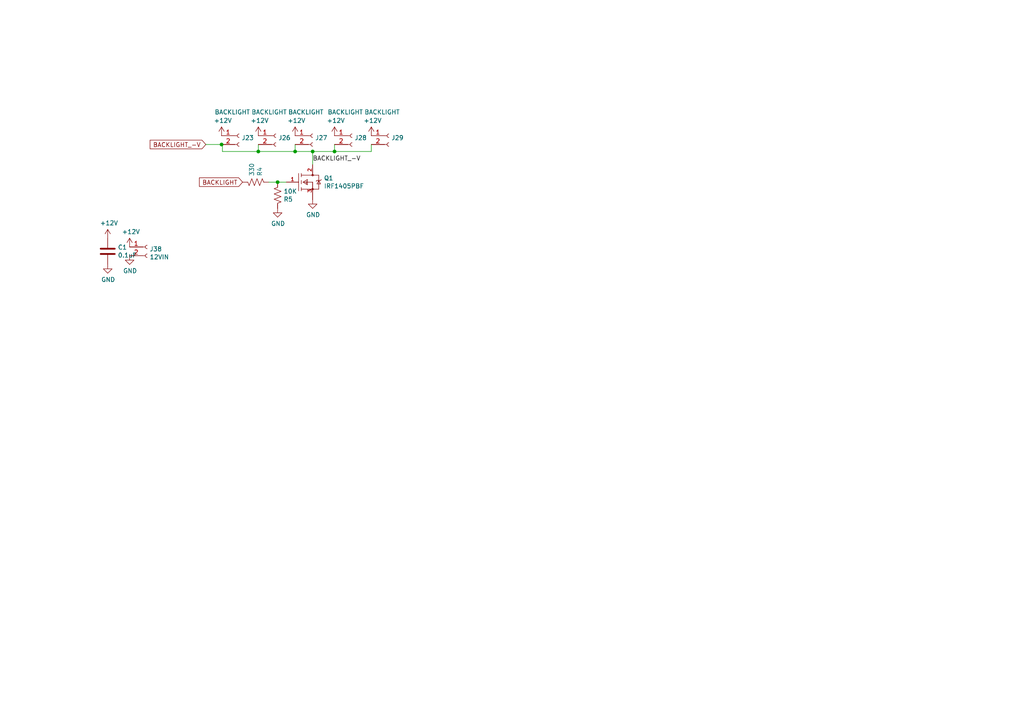
<source format=kicad_sch>
(kicad_sch (version 20231120) (generator "eeschema") (generator_version "8.0")
  (paper "A4")
  (lib_symbols
    (symbol "Connector:Conn_01x02_Female" (pin_names (offset 1.016) hide)
      (property "Reference" "J" (at 0 2.54 0))
      (property "Value" "Conn_01x02_Female" (at 0 -5.08 0))
      (symbol "Conn_01x02_Female_1_1"
        (arc (start 0 -2.032) (mid -0.5058 -2.54) (end 0 -3.048) (stroke (width 0.1524)))
        (polyline (pts (xy -1.27 -2.54) (xy -0.508 -2.54)) (stroke (width 0.1524)))
        (polyline (pts (xy -1.27 0) (xy -0.508 0)) (stroke (width 0.1524)))
        (arc (start 0 0.508) (mid -0.5058 0) (end 0 -0.508) (stroke (width 0.1524)))
        (pin passive line (at -5.08 0 0) (length 3.81) (name "Pin_1") (number "1"))
        (pin passive line (at -5.08 -2.54 0) (length 3.81) (name "Pin_2") (number "2"))
      )
    )
    (symbol "Device:C" (pin_numbers hide) (pin_names (offset 0.254))
      (property "Reference" "C" (at 0.635 2.54 0))
      (property "Value" "C" (at 0.635 -2.54 0))
      (symbol "C_0_1"
        (polyline (pts (xy -2.032 -0.762) (xy 2.032 -0.762)) (stroke (width 0.508)))
        (polyline (pts (xy -2.032 0.762) (xy 2.032 0.762)) (stroke (width 0.508)))
      )
      (symbol "C_1_1"
        (pin passive line (at 0 3.81 270) (length 2.794) (name "~") (number "1"))
        (pin passive line (at 0 -3.81 90) (length 2.794) (name "~") (number "2"))
      )
    )
    (symbol "Device:R_US" (pin_numbers hide) (pin_names (offset 0))
      (property "Reference" "R" (at 2.54 0 90))
      (property "Value" "R_US" (at -2.54 0 90))
      (symbol "R_US_0_1"
        (polyline (pts (xy 0 -2.286) (xy 0 -2.54)))
        (polyline (pts (xy 0 2.286) (xy 0 2.54)))
        (polyline (pts (xy 0 -0.762) (xy 1.016 -1.143) (xy 0 -1.524) (xy -1.016 -1.905) (xy 0 -2.286)))
        (polyline (pts (xy 0 0.762) (xy 1.016 0.381) (xy 0 0) (xy -1.016 -0.381) (xy 0 -0.762)))
        (polyline (pts (xy 0 2.286) (xy 1.016 1.905) (xy 0 1.524) (xy -1.016 1.143) (xy 0 0.762)))
      )
      (symbol "R_US_1_1"
        (pin passive line (at 0 3.81 270) (length 1.27) (name "~") (number "1"))
        (pin passive line (at 0 -3.81 90) (length 1.27) (name "~") (number "2"))
      )
    )
    (symbol "Hornet-Forward-Output-Upper-Shield-rescue:IRF1405PBF-Mosfet-Hornet-Forward-Output-Upper-Shield-rescue" (pin_names (offset 1.016))
      (property "Reference" "Q" (at 0 7.62 0))
      (property "Value" "IRF1405PBF-Mosfet-Hornet-Forward-Output-Upper-Shield-rescue" (at 0 10.16 0))
      (symbol "IRF1405PBF-Mosfet-Hornet-Forward-Output-Upper-Shield-rescue_1_1"
        (polyline (pts (xy 6.096 -2.54) (xy 6.096 2.54)))
        (polyline (pts (xy 6.858 -2.032) (xy 10.16 -2.032)))
        (polyline (pts (xy 6.858 -1.524) (xy 6.858 -2.54)))
        (polyline (pts (xy 6.858 0.508) (xy 6.858 -0.508)))
        (polyline (pts (xy 6.858 1.524) (xy 6.858 2.54)))
        (polyline (pts (xy 6.858 2.032) (xy 10.16 2.032)))
        (polyline (pts (xy 7.366 0) (xy 8.636 -0.762)))
        (polyline (pts (xy 7.366 0) (xy 8.636 0.762)))
        (polyline (pts (xy 7.62 0) (xy 10.16 0)))
        (polyline (pts (xy 8.382 0.254) (xy 8.382 -0.508)))
        (polyline (pts (xy 8.636 0.762) (xy 8.636 -0.762)))
        (polyline (pts (xy 10.16 -2.032) (xy 11.938 -2.032)))
        (polyline (pts (xy 11.43 -0.508) (xy 12.446 -0.508)))
        (polyline (pts (xy 11.43 0.508) (xy 11.176 0.254)))
        (polyline (pts (xy 11.938 -2.032) (xy 11.938 2.032)))
        (polyline (pts (xy 11.938 0.508) (xy 11.43 -0.508)))
        (polyline (pts (xy 11.938 0.508) (xy 11.43 0.508)))
        (polyline (pts (xy 11.938 0.508) (xy 12.446 0.508)))
        (polyline (pts (xy 11.938 2.032) (xy 10.16 2.032)))
        (polyline (pts (xy 12.446 -0.508) (xy 11.938 0.508)))
        (polyline (pts (xy 12.446 0.508) (xy 12.7 0.762)))
        (circle (center 10.16 -2.032) (radius 0.254))
        (circle (center 10.16 2.032) (radius 0.254))
        (pin passive line (at 2.54 0 0) (length 3.556) (name "G") (number "1"))
        (pin passive line (at 10.16 5.08 270) (length 3.048) (name "D") (number "2"))
        (pin passive line (at 10.16 -5.08 90) (length 5.08) (name "S") (number "3"))
      )
    )
    (symbol "power:+12V" (power) (pin_names (offset 0))
      (property "Value" "+12V" (at 0 3.556 0))
      (symbol "+12V_0_1"
        (polyline (pts (xy -0.762 1.27) (xy 0 2.54)))
        (polyline (pts (xy 0 0) (xy 0 2.54)))
        (polyline (pts (xy 0 2.54) (xy 0.762 1.27)))
      )
      (symbol "+12V_1_1"
        (pin power_in line (at 0 0 90) (length 0) hide (name "+12V") (number "1"))
      )
    )
    (symbol "power:GND" (power) (pin_names (offset 0))
      (property "Value" "GND" (at 0 -3.81 0))
      (symbol "GND_0_1"
        (polyline (pts (xy 0 0) (xy 0 -1.27) (xy 1.27 -1.27) (xy 0 -2.54) (xy -1.27 -1.27) (xy 0 -1.27)))
      )
      (symbol "GND_1_1"
        (pin power_in line (at 0 0 270) (length 0) hide (name "GND") (number "1"))
      )
    )
  )
  (junction (at 90.678 43.942))
  (junction (at 80.518 52.832))
  (junction (at 74.93 43.942))
  (junction (at 97.028 43.942))
  (junction (at 85.598 43.942))
  (junction (at 64.262 41.91))
  (wire (pts (xy 90.678 43.942) (xy 90.678 47.752)))
  (wire (pts (xy 90.678 43.942) (xy 85.598 43.942)))
  (wire (pts (xy 77.978 52.832) (xy 80.518 52.832)))
  (wire (pts (xy 74.93 41.91) (xy 74.93 43.942)))
  (wire (pts (xy 64.516 43.942) (xy 64.516 41.91)))
  (wire (pts (xy 74.93 43.942) (xy 64.516 43.942)))
  (wire (pts (xy 107.696 43.942) (xy 97.028 43.942)))
  (wire (pts (xy 85.598 41.91) (xy 85.598 43.942)))
  (wire (pts (xy 97.028 41.91) (xy 97.028 43.942)))
  (wire (pts (xy 80.518 52.832) (xy 83.058 52.832)))
  (wire (pts (xy 59.69 41.91) (xy 64.262 41.91)))
  (wire (pts (xy 64.262 41.91) (xy 64.516 41.91)))
  (wire (pts (xy 97.028 43.942) (xy 90.678 43.942)))
  (wire (pts (xy 107.696 41.91) (xy 107.696 43.942)))
  (wire (pts (xy 85.598 43.942) (xy 74.93 43.942)))
  (label "BACKLIGHT_-V" (at 90.678 46.99 0))
  (global_label "BACKLIGHT" (shape input) (at 70.358 52.832 180) (property "Intersheetrefs" "${INTERSHEET_REFS}" (effects (hide yes))))
  (global_label "BACKLIGHT_-V" (shape input) (at 59.69 41.91 180) (property "Intersheetrefs" "${INTERSHEET_REFS}" (effects (hide yes))))
  (symbol (lib_id "power:GND") (at 90.678 57.912 0) (unit 1)
    (property "Reference" "#PWR036" (effects (hide yes)))
    (property "Value" "GND" (at 90.805 62.3062 0))
  )
  (symbol (lib_id "power:+12V") (at 31.242 69.088 0) (unit 1)
    (property "Reference" "#PWR053" (effects (hide yes)))
    (property "Value" "+12V" (at 31.623 64.6938 0))
  )
  (symbol (lib_id "Connector:Conn_01x02_Female") (at 69.342 39.37 0) (unit 1)
    (property "Reference" "J23" (at 70.0532 39.9796 0) (effects (justify left)))
    (property "Value" "BACKLIGHT" (at 62.23 32.512 0) (effects (justify left)))
    (property "Footprint" "Connector_Molex:Molex_KK-254_AE-6410-02A_1x02_P2.54mm_Vertical" (effects (hide yes)))
  )
  (symbol (lib_id "power:+12V") (at 107.696 39.37 0) (unit 1)
    (property "Reference" "#PWR039" (effects (hide yes)))
    (property "Value" "+12V" (at 108.077 34.9758 0))
  )
  (symbol (lib_id "power:+12V") (at 74.93 39.37 0) (unit 1)
    (property "Reference" "#PWR030" (effects (hide yes)))
    (property "Value" "+12V" (at 75.311 34.9758 0))
  )
  (symbol (lib_id "power:GND") (at 31.242 76.708 0) (unit 1)
    (property "Reference" "#PWR054" (effects (hide yes)))
    (property "Value" "GND" (at 31.369 81.1022 0))
  )
  (symbol (lib_id "power:GND") (at 80.518 60.452 0) (unit 1)
    (property "Reference" "#PWR034" (effects (hide yes)))
    (property "Value" "GND" (at 80.645 64.8462 0))
  )
  (symbol (lib_id "Connector:Conn_01x02_Female") (at 90.678 39.37 0) (unit 1)
    (property "Reference" "J27" (at 91.3892 39.9796 0) (effects (justify left)))
    (property "Value" "BACKLIGHT" (at 83.566 32.512 0) (effects (justify left)))
    (property "Footprint" "Connector_Molex:Molex_KK-254_AE-6410-02A_1x02_P2.54mm_Vertical" (effects (hide yes)))
  )
  (symbol (lib_id "Device:C") (at 31.242 72.898 0) (unit 1)
    (property "Reference" "C1" (at 34.163 71.7296 0) (effects (justify left)))
    (property "Value" "0.1uF" (at 34.163 74.041 0) (effects (justify left)))
    (property "Footprint" "Capacitor_THT:C_Disc_D4.3mm_W1.9mm_P5.00mm" (effects (hide yes)))
  )
  (symbol (lib_id "power:GND") (at 37.592 74.168 0) (unit 1)
    (property "Reference" "#PWR056" (effects (hide yes)))
    (property "Value" "GND" (at 37.719 78.5622 0))
  )
  (symbol (lib_id "power:+12V") (at 97.028 39.37 0) (unit 1)
    (property "Reference" "#PWR037" (effects (hide yes)))
    (property "Value" "+12V" (at 97.409 34.9758 0))
  )
  (symbol (lib_id "Connector:Conn_01x02_Female") (at 112.776 39.37 0) (unit 1)
    (property "Reference" "J29" (at 113.4872 39.9796 0) (effects (justify left)))
    (property "Value" "BACKLIGHT" (at 105.664 32.512 0) (effects (justify left)))
    (property "Footprint" "Connector_Molex:Molex_KK-254_AE-6410-02A_1x02_P2.54mm_Vertical" (effects (hide yes)))
  )
  (symbol (lib_id "Device:R_US") (at 80.518 56.642 0) (mirror x) (unit 1)
    (property "Reference" "R5" (at 82.2452 57.8104 0) (effects (justify left)))
    (property "Value" "10K" (at 82.2452 55.499 0) (effects (justify left)))
    (property "Footprint" "Resistor_THT:R_Axial_DIN0204_L3.6mm_D1.6mm_P2.54mm_Vertical" (effects (hide yes)))
  )
  (symbol (lib_id "power:+12V") (at 37.592 71.628 0) (unit 1)
    (property "Reference" "#PWR055" (effects (hide yes)))
    (property "Value" "+12V" (at 37.973 67.2338 0))
  )
  (symbol (lib_id "Connector:Conn_01x02_Female") (at 80.01 39.37 0) (unit 1)
    (property "Reference" "J26" (at 80.7212 39.9796 0) (effects (justify left)))
    (property "Value" "BACKLIGHT" (at 72.898 32.512 0) (effects (justify left)))
    (property "Footprint" "Connector_Molex:Molex_KK-254_AE-6410-02A_1x02_P2.54mm_Vertical" (effects (hide yes)))
  )
  (symbol (lib_id "Device:R_US") (at 74.168 52.832 270) (mirror x) (unit 1)
    (property "Reference" "R4" (at 75.3364 51.1048 0) (effects (justify left)))
    (property "Value" "330" (at 73.025 51.1048 0) (effects (justify left)))
    (property "Footprint" "Resistor_THT:R_Axial_DIN0204_L3.6mm_D1.6mm_P2.54mm_Vertical" (effects (hide yes)))
  )
  (symbol (lib_id "Connector:Conn_01x02_Female") (at 42.672 71.628 0) (unit 1)
    (property "Reference" "J38" (at 43.3832 72.2376 0) (effects (justify left)))
    (property "Value" "12VIN" (at 43.3832 74.549 0) (effects (justify left)))
    (property "Footprint" "Connector_BarrelJack:BarrelJack_Horizontal" (effects (hide yes)))
  )
  (symbol (lib_id "power:+12V") (at 85.598 39.37 0) (unit 1)
    (property "Reference" "#PWR035" (effects (hide yes)))
    (property "Value" "+12V" (at 85.979 34.9758 0))
  )
  (symbol (lib_id "power:+12V") (at 64.262 39.37 0) (unit 1)
    (property "Reference" "#PWR026" (effects (hide yes)))
    (property "Value" "+12V" (at 64.643 34.9758 0))
  )
  (symbol (lib_id "Connector:Conn_01x02_Female") (at 102.108 39.37 0) (unit 1)
    (property "Reference" "J28" (at 102.8192 39.9796 0) (effects (justify left)))
    (property "Value" "BACKLIGHT" (at 94.996 32.512 0) (effects (justify left)))
    (property "Footprint" "Connector_Molex:Molex_KK-254_AE-6410-02A_1x02_P2.54mm_Vertical" (effects (hide yes)))
  )
  (symbol (lib_id "Hornet-Forward-Output-Upper-Shield-rescue:IRF1405PBF-Mosfet-Hornet-Forward-Output-Upper-Shield-rescue") (at 80.518 52.832 0) (unit 1)
    (property "Reference" "Q1" (at 93.9292 51.6636 0) (effects (justify left)))
    (property "Value" "IRF1405PBF" (at 93.9292 53.975 0) (effects (justify left)))
    (property "Footprint" "Package_TO_SOT_THT:TO-220-3_Vertical" (effects (hide yes)))
    (property "Datasheet" "https://www.infineon.com/dgdl/irf1405pbf.pdf?fileId=5546d462533600a4015355db084a18bb" (effects (hide yes)))
    (property "automotive" "No" (effects (hide yes)))
    (property "category" "Trans" (effects (hide yes)))
    (property "continuous drain current" "169A" (effects (hide yes)))
    (property "depletion mode" "False" (effects (hide yes)))
    (property "device class L1" "Discrete Semiconductors" (effects (hide yes)))
    (property "device class L2" "Transistors" (effects (hide yes)))
    (property "device class L3" "MOSFETs" (effects (hide yes)))
    (property "digikey description" "MOSFET N-CH 55V 169A TO-220AB" (effects (hide yes)))
    (property "digikey part number" "IRF1405PBF-ND" (effects (hide yes)))
    (property "drain to source breakdown voltage" "55V" (effects (hide yes)))
    (property "drain to source resistance" "4.6mΩ" (effects (hide yes)))
    (property "drain to source voltage" "55V" (effects (hide yes)))
    (property "footprint url" "https://www.infineon.com/dgdl/po-to220ab-fp.pdf?fileId=5546d462580663ef0158068cfbee01be" (effects (hide yes)))
    (property "gate charge at vgs" "170nC @ 10V" (effects (hide yes)))
    (property "gate to source voltage" "20V" (effects (hide yes)))
    (property "height" "19.8mm" (effects (hide yes)))
    (property "input capacitace at vds" "5480pF @ 25V" (effects (hide yes)))
    (property "ipc land pattern name" "TO-220" (effects (hide yes)))
    (property "lead free" "Yes" (effects (hide yes)))
    (property "library id" "802d71249bb95e7c" (effects (hide yes)))
    (property "manufacturer" "International Rectifier" (effects (hide yes)))
    (property "max forward diode voltage" "1.3V" (effects (hide yes)))
    (property "max junction temp" "+175°C" (effects (hide yes)))
    (property "mouser description" "MOSFET Operating temperature: -55...+175 °C Housing type: TO-220AB Polarity: N Power dissipation: 330 W" (effects (hide yes)))
    (property "mouser part number" "942-IRF1405PBF" (effects (hide yes)))
    (property "number of N channels" "1" (effects (hide yes)))
    (property "number of channels" "1" (effects (hide yes)))
    (property "package" "TO-220AB" (effects (hide yes)))
    (property "power dissipation" "330W" (effects (hide yes)))
    (property "pulse drain current" "680A" (effects (hide yes)))
    (property "reverse recovery charge" "250nC" (effects (hide yes)))
    (property "reverse recovery time" "88ns" (effects (hide yes)))
    (property "rohs" "Yes" (effects (hide yes)))
    (property "rthja max" "62°C/W" (effects (hide yes)))
    (property "standoff height" "3.37mm" (effects (hide yes)))
    (property "temperature range high" "+175°C" (effects (hide yes)))
    (property "temperature range low" "-55°C" (effects (hide yes)))
    (property "threshold vgs max" "4V" (effects (hide yes)))
    (property "threshold vgs min" "2V" (effects (hide yes)))
    (property "turn off delay time" "130ns" (effects (hide yes)))
    (property "turn on delay time" "13ns" (effects (hide yes)))
  )
)
</source>
